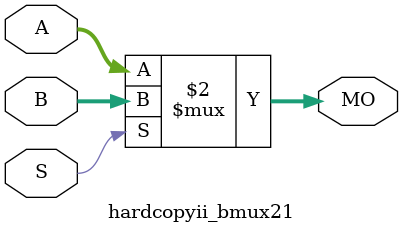
<source format=v>
module hardcopyii_bmux21 (MO, A, B, S);
   input [15:0] A, B;
   input 	S;
   output [15:0] MO; 
   assign MO = (S == 1) ? B : A; 
endmodule
</source>
